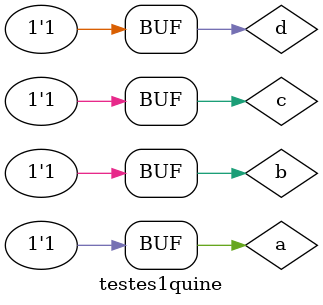
<source format=v>


module s1Quine (s1,a,b,c,d);
output s1;
input a,b,c,d;
wire t1,t2,t3,t4,t5,t,t7,t8;

and AND1 (t1,~a,c,d);
and AND2 (t2,~b,c,d);
and AND3 (t3,b,~c,d);
and AND4 (t4,~a,b,c);
and AND5 (t5,a,~b,d);
and AND6 (t6,a,~c,d);
and AND7 (t7,a,~b,c);
and AND8 (t8,a,b,~c);
and AND9 (t9,a,b,~d);

or OR1 (s1,t1,t2,t3,t4,t5,t6,t7,t8,t9); 

endmodule //fim s1Quine

// ---------------------
// --teste  s1 Quine
// ---------------------

module testes1quine;

wire s1;
reg a,b,c,d;

s1Quine Teste (s1,a,b,c,d);

 initial begin
      $display("\na  b   c   d  s1\n");
      $monitor("%b  %b   %b   %b  %b", a, b, c, d, s1);
  
	     a=0; b=0; c=0; d=0;  
    #1  a=0; b=0; c=0; d=1;
    #1  a=0; b=0; c=1; d=0;
    #1  a=0; b=0; c=1; d=1;
    #1  a=0; b=1; c=0; d=0;
 	 #1  a=0; b=1; c=0; d=1;
    #1  a=0; b=1; c=1; d=0;
    #1  a=0; b=1; c=1; d=1;
    #1  a=1; b=0; c=0; d=0;
    #1  a=1; b=0; c=0; d=1;
    #1  a=1; b=0; c=1; d=0;
    #1  a=1; b=0; c=1; d=1;
    #1  a=1; b=1; c=0; d=0;
    #1  a=1; b=1; c=0; d=1;
    #1  a=1; b=1; c=1; d=0;
    #1  a=1; b=1; c=1; d=1;
        
    end
    endmodule

//fim testes1quine
</source>
